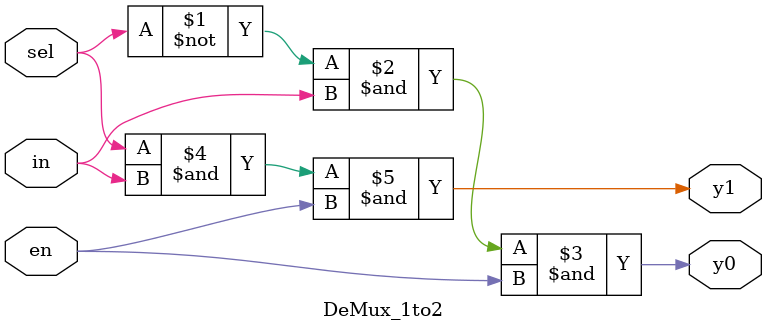
<source format=v>
`timescale 1ns / 1ps
module DeMux_1to2(
	input sel, in, en,
	output y1, y0
    );
assign y0 = ~sel&in&en;
assign y1 = sel&in&en;

endmodule

</source>
